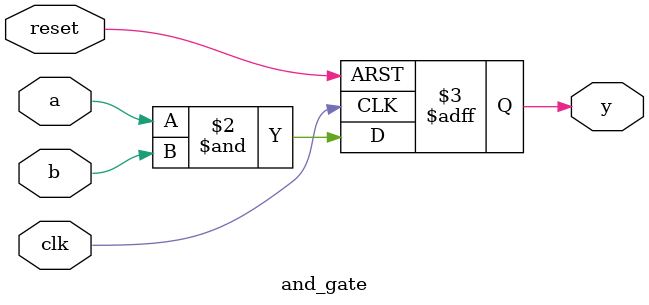
<source format=v>
module and_gate
(
  input  wire clk,
  input  wire reset,
  input  wire a,
  input  wire b,
  output reg  y
);

always @(posedge clk or posedge reset) begin
  if (reset) begin
    y <= 0;
  end
  else begin
      y <= a & b;
  end
end

endmodule

</source>
